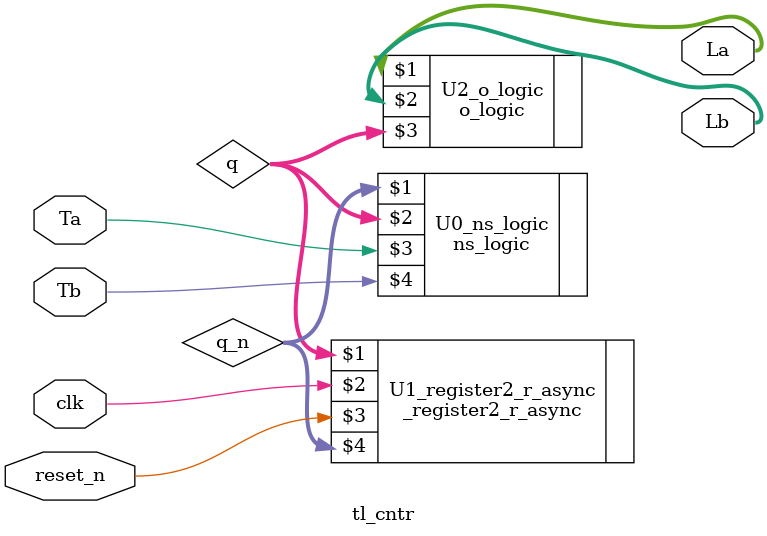
<source format=v>
module tl_cntr(La, Lb, clk, reset_n, Ta, Tb);	//traffic controller
	input clk, reset_n, Ta, Tb;
	output[1:0] La, Lb;
	
	wire[1:0] q, q_n;
	
	ns_logic U0_ns_logic(q_n, q, Ta, Tb);		//next state logic
	_register2_r_async U1_register2_r_async(q, clk, reset_n, q_n);		//register
	o_logic U2_o_logic(La, Lb, q);		//output logic

endmodule

</source>
